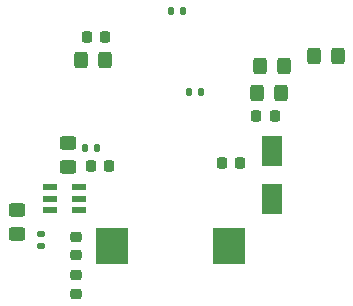
<source format=gbr>
%TF.GenerationSoftware,KiCad,Pcbnew,(6.0.10)*%
%TF.CreationDate,2023-09-05T22:10:59+02:00*%
%TF.ProjectId,Pump PCB,50756d70-2050-4434-922e-6b696361645f,rev?*%
%TF.SameCoordinates,Original*%
%TF.FileFunction,Paste,Top*%
%TF.FilePolarity,Positive*%
%FSLAX46Y46*%
G04 Gerber Fmt 4.6, Leading zero omitted, Abs format (unit mm)*
G04 Created by KiCad (PCBNEW (6.0.10)) date 2023-09-05 22:10:59*
%MOMM*%
%LPD*%
G01*
G04 APERTURE LIST*
G04 Aperture macros list*
%AMRoundRect*
0 Rectangle with rounded corners*
0 $1 Rounding radius*
0 $2 $3 $4 $5 $6 $7 $8 $9 X,Y pos of 4 corners*
0 Add a 4 corners polygon primitive as box body*
4,1,4,$2,$3,$4,$5,$6,$7,$8,$9,$2,$3,0*
0 Add four circle primitives for the rounded corners*
1,1,$1+$1,$2,$3*
1,1,$1+$1,$4,$5*
1,1,$1+$1,$6,$7*
1,1,$1+$1,$8,$9*
0 Add four rect primitives between the rounded corners*
20,1,$1+$1,$2,$3,$4,$5,0*
20,1,$1+$1,$4,$5,$6,$7,0*
20,1,$1+$1,$6,$7,$8,$9,0*
20,1,$1+$1,$8,$9,$2,$3,0*%
G04 Aperture macros list end*
%ADD10RoundRect,0.249999X0.325001X0.450001X-0.325001X0.450001X-0.325001X-0.450001X0.325001X-0.450001X0*%
%ADD11RoundRect,0.249999X-0.325001X-0.450001X0.325001X-0.450001X0.325001X0.450001X-0.325001X0.450001X0*%
%ADD12RoundRect,0.218750X0.218750X0.256250X-0.218750X0.256250X-0.218750X-0.256250X0.218750X-0.256250X0*%
%ADD13RoundRect,0.218750X-0.256250X0.218750X-0.256250X-0.218750X0.256250X-0.218750X0.256250X0.218750X0*%
%ADD14RoundRect,0.218750X-0.218750X-0.256250X0.218750X-0.256250X0.218750X0.256250X-0.218750X0.256250X0*%
%ADD15R,1.800000X2.500000*%
%ADD16R,1.150000X0.600000*%
%ADD17R,2.800000X3.050000*%
%ADD18RoundRect,0.147500X-0.172500X0.147500X-0.172500X-0.147500X0.172500X-0.147500X0.172500X0.147500X0*%
%ADD19RoundRect,0.147500X-0.147500X-0.172500X0.147500X-0.172500X0.147500X0.172500X-0.147500X0.172500X0*%
%ADD20RoundRect,0.249999X0.450001X-0.325001X0.450001X0.325001X-0.450001X0.325001X-0.450001X-0.325001X0*%
%ADD21RoundRect,0.249999X-0.450001X0.325001X-0.450001X-0.325001X0.450001X-0.325001X0.450001X0.325001X0*%
%ADD22RoundRect,0.218750X0.256250X-0.218750X0.256250X0.218750X-0.256250X0.218750X-0.256250X-0.218750X0*%
%ADD23RoundRect,0.147500X0.147500X0.172500X-0.147500X0.172500X-0.147500X-0.172500X0.147500X-0.172500X0*%
G04 APERTURE END LIST*
D10*
%TO.C,C2*%
X121403000Y-50292000D03*
X123453000Y-50292000D03*
%TD*%
D11*
%TO.C,C3*%
X136516000Y-50750000D03*
X138566000Y-50750000D03*
%TD*%
%TO.C,C4*%
X141088000Y-49911000D03*
X143138000Y-49911000D03*
%TD*%
D12*
%TO.C,C7*%
X121890500Y-48292000D03*
X123465500Y-48292000D03*
%TD*%
D13*
%TO.C,C10*%
X121000000Y-65212500D03*
X121000000Y-66787500D03*
%TD*%
D11*
%TO.C,C12*%
X136262000Y-53086000D03*
X138312000Y-53086000D03*
%TD*%
D14*
%TO.C,C13*%
X136245500Y-54991000D03*
X137820500Y-54991000D03*
%TD*%
D15*
%TO.C,D1*%
X137541000Y-58000000D03*
X137541000Y-62000000D03*
%TD*%
D16*
%TO.C,IC1*%
X121250000Y-62950000D03*
X121250000Y-62000000D03*
X121250000Y-61050000D03*
X118750000Y-61050000D03*
X118750000Y-62000000D03*
X118750000Y-62950000D03*
%TD*%
D17*
%TO.C,L1*%
X124050000Y-66000000D03*
X133950000Y-66000000D03*
%TD*%
D18*
%TO.C,R1*%
X118000000Y-65030000D03*
X118000000Y-66000000D03*
%TD*%
D14*
%TO.C,R4*%
X122212500Y-59250000D03*
X123787500Y-59250000D03*
%TD*%
D19*
%TO.C,R5*%
X121765000Y-57750000D03*
X122735000Y-57750000D03*
%TD*%
D20*
%TO.C,C11*%
X120269000Y-59318000D03*
X120269000Y-57268000D03*
%TD*%
D21*
%TO.C,C9*%
X115951000Y-62983000D03*
X115951000Y-65033000D03*
%TD*%
D12*
%TO.C,C5*%
X134899500Y-59000000D03*
X133324500Y-59000000D03*
%TD*%
D22*
%TO.C,C1*%
X121000000Y-70037500D03*
X121000000Y-68462500D03*
%TD*%
D23*
%TO.C,R6*%
X129055000Y-46116000D03*
X130025000Y-46116000D03*
%TD*%
D19*
%TO.C,R7*%
X131549000Y-52974000D03*
X130579000Y-52974000D03*
%TD*%
M02*

</source>
